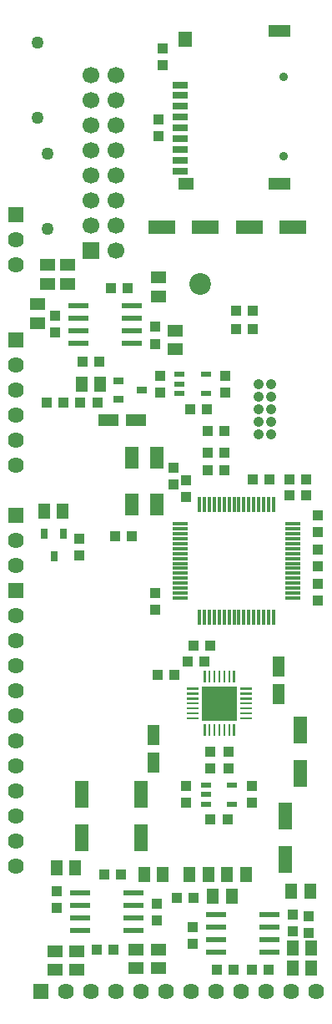
<source format=gts>
G04 DipTrace 2.4.0.2*
%INcodec_rev2.GTS*%
%MOIN*%
%ADD20R,0.0394X0.0433*%
%ADD22R,0.0787X0.0472*%
%ADD23R,0.0433X0.0394*%
%ADD25R,0.1063X0.0551*%
%ADD26R,0.0551X0.1063*%
%ADD27R,0.0472X0.0787*%
%ADD29R,0.0413X0.0256*%
%ADD30R,0.0638X0.0638*%
%ADD31C,0.0638*%
%ADD32R,0.0669X0.0669*%
%ADD33C,0.0669*%
%ADD34R,0.063X0.0276*%
%ADD35R,0.063X0.0472*%
%ADD36R,0.0866X0.0472*%
%ADD37R,0.0551X0.063*%
%ADD39C,0.05*%
%ADD40C,0.05*%
%ADD41R,0.0256X0.0413*%
%ADD42R,0.0512X0.0591*%
%ADD43R,0.0591X0.0512*%
%ADD45C,0.042*%
%ADD46R,0.0787X0.0236*%
%ADD47R,0.0433X0.0236*%
%ADD48R,0.063X0.0118*%
%ADD49R,0.0118X0.063*%
%ADD50R,0.0551X0.0866*%
%ADD52C,0.0866*%
%ADD53C,0.0354*%
%FSLAX44Y44*%
G04*
G70*
G90*
G75*
G01*
%LNTopMask*%
%LPD*%
D20*
X2063Y27462D3*
Y26793D3*
X6063Y27025D3*
Y26356D3*
D22*
X5302Y23315D3*
X4199D3*
D20*
X6063Y16399D3*
Y15730D3*
D23*
X8166Y21315D3*
X8836D3*
D20*
X12564Y16774D3*
Y16105D3*
D25*
X9822Y31003D3*
X11555D3*
X8054D3*
X6322D3*
D20*
X6251Y24418D3*
Y25087D3*
D23*
X7479Y23752D3*
X8148D3*
D20*
X8876Y24418D3*
Y25087D3*
X6188Y34629D3*
Y35298D3*
D23*
X11417Y20315D3*
X12086D3*
D20*
X12564Y17480D3*
Y18149D3*
Y19524D3*
Y18855D3*
D23*
X9979Y20940D3*
X10648D3*
D20*
X7302Y8030D3*
Y8699D3*
D23*
X8280Y7364D3*
X8949D3*
D20*
X9927Y8030D3*
Y8699D3*
X2125Y3853D3*
Y4523D3*
X6813Y21399D3*
Y20730D3*
X7313Y20899D3*
Y20230D3*
D26*
X3125Y8367D3*
Y6635D3*
D20*
X6126Y3353D3*
Y4023D3*
D26*
X5501Y8367D3*
Y6635D3*
D23*
X8023Y13689D3*
X7354D3*
D27*
X6001Y9637D3*
Y10740D3*
D20*
X8251Y9416D3*
Y10086D3*
X9001Y9416D3*
Y10086D3*
X7563Y3085D3*
Y2416D3*
D23*
X7604Y14314D3*
X8273D3*
D27*
X11001Y13490D3*
Y12388D3*
D26*
X11251Y7492D3*
Y5760D3*
D23*
X6916Y4250D3*
X7585D3*
X9916Y1375D3*
X10586D3*
X9211D3*
X8541D3*
D20*
X11564Y2916D3*
Y3585D3*
D23*
X4041Y5188D3*
X4710D3*
X4398Y2188D3*
X3728D3*
X3835Y25628D3*
X3166D3*
X4291Y28565D3*
X4960D3*
D26*
X11876Y10930D3*
Y9197D3*
D20*
X12189Y2853D3*
Y3522D3*
D23*
X1728Y24003D3*
X2397D3*
D29*
X4610Y24877D3*
Y24129D3*
X5516Y24503D3*
D23*
X9961Y26940D3*
X9291D3*
D52*
X7874Y28740D3*
D30*
X500Y19502D3*
D31*
Y18502D3*
Y17502D3*
D30*
Y26500D3*
D31*
Y25500D3*
Y24500D3*
Y23500D3*
Y22500D3*
Y21500D3*
D30*
Y31500D3*
D31*
Y30500D3*
Y29500D3*
D32*
X3500Y30066D3*
D33*
X4500D3*
X3500Y31066D3*
X4500D3*
X3500Y32066D3*
X4500D3*
X3500Y33066D3*
X4500D3*
X3500Y34066D3*
X4500D3*
X3500Y35066D3*
X4500D3*
X3500Y36066D3*
X4500D3*
X3500Y37066D3*
X4500D3*
D34*
X7063Y36691D3*
Y36258D3*
Y35825D3*
Y35392D3*
Y34959D3*
Y34526D3*
Y34093D3*
Y33660D3*
Y33227D3*
D35*
X7299Y32754D3*
D36*
X11040D3*
Y38857D3*
D37*
X7260Y38502D3*
D53*
X11197Y33857D3*
Y37006D3*
D30*
X500Y16500D3*
D31*
Y15500D3*
Y14500D3*
Y13500D3*
Y12500D3*
Y11500D3*
Y10500D3*
Y9500D3*
Y8500D3*
Y7500D3*
Y6500D3*
Y5500D3*
D30*
X1501Y500D3*
D31*
X2501D3*
X3501D3*
X4501D3*
X5501D3*
X6501D3*
X7501D3*
X8501D3*
X9501D3*
X10501D3*
X11501D3*
X12501D3*
D39*
X1375Y38379D3*
D40*
Y35379D3*
D39*
X1750Y30941D3*
D40*
Y33941D3*
D23*
X12086Y20940D3*
X11417D3*
D41*
X2389Y18768D3*
X1641D3*
X2015Y17863D3*
D20*
X3041Y18587D3*
Y17917D3*
D42*
X1625Y19690D3*
X2373D3*
D43*
X1375Y27939D3*
Y27191D3*
X6876Y26877D3*
Y26129D3*
X2563Y29502D3*
Y28754D3*
X6188Y29002D3*
Y28254D3*
X1749Y29502D3*
Y28754D3*
D20*
X6376Y37460D3*
Y38129D3*
D23*
X9291Y27690D3*
X9961D3*
X8836Y22877D3*
X8166D3*
X8836Y22002D3*
X8166D3*
D43*
X2063Y1376D3*
Y2124D3*
X2938Y1376D3*
Y2124D3*
D42*
X2874Y5438D3*
X2126D3*
D23*
X5148Y18689D3*
X4478D3*
D43*
X6188Y1439D3*
Y2187D3*
D23*
X6166Y13126D3*
X6835D3*
D43*
X5313Y1439D3*
Y2187D3*
D42*
X5627Y5188D3*
X6375D3*
X8939D3*
X9687D3*
X7439D3*
X8187D3*
X8377Y4313D3*
X9125D3*
X12313Y1438D3*
X11565D3*
X11502Y4500D3*
X12250D3*
X12313Y2250D3*
X11565D3*
D23*
X3750Y24003D3*
X3081D3*
D42*
X3125Y24753D3*
X3873D3*
D45*
X10189D3*
X10689D3*
X10189Y24253D3*
X10689D3*
X10189Y23753D3*
X10689D3*
X10189Y23253D3*
X10689D3*
X10189Y22753D3*
X10689D3*
D46*
X5126Y26378D3*
Y26878D3*
Y27378D3*
Y27878D3*
X3000D3*
Y27378D3*
Y26878D3*
Y26378D3*
D47*
X7032Y25127D3*
Y24753D3*
Y24379D3*
X8095D3*
Y25127D3*
D48*
X11558Y16213D3*
Y16410D3*
Y16607D3*
Y16804D3*
Y17000D3*
Y17197D3*
Y17394D3*
Y17591D3*
Y17788D3*
Y17985D3*
Y18181D3*
Y18378D3*
Y18575D3*
Y18772D3*
Y18969D3*
Y19166D3*
D49*
X10790Y19933D3*
X10593D3*
X10396D3*
X10199D3*
X10002D3*
X9806D3*
X9609D3*
X9412D3*
X9215D3*
X9018D3*
X8821D3*
X8625D3*
X8428D3*
X8231D3*
X8034D3*
X7837D3*
D48*
X7069Y19166D3*
Y18969D3*
Y18772D3*
Y18575D3*
Y18378D3*
Y18181D3*
Y17985D3*
Y17788D3*
Y17591D3*
Y17394D3*
Y17197D3*
Y17000D3*
Y16804D3*
Y16607D3*
Y16410D3*
Y16213D3*
D49*
X7837Y15445D3*
X8034D3*
X8231D3*
X8428D3*
X8625D3*
X8821D3*
X9018D3*
X9215D3*
X9412D3*
X9609D3*
X9806D3*
X10002D3*
X10199D3*
X10396D3*
X10593D3*
X10790D3*
D47*
X8083Y8738D3*
Y8364D3*
Y7990D3*
X9146D3*
Y8738D3*
D46*
X3062Y4438D3*
Y3938D3*
Y3438D3*
Y2938D3*
X5188D3*
Y3438D3*
Y3938D3*
Y4438D3*
G36*
X9458Y11367D2*
Y11454D1*
X9930D1*
Y11367D1*
X9458D1*
G37*
G36*
Y11564D2*
Y11651D1*
X9930D1*
Y11564D1*
X9458D1*
G37*
G36*
Y11761D2*
Y11848D1*
X9930D1*
Y11761D1*
X9458D1*
G37*
G36*
Y11958D2*
Y12045D1*
X9930D1*
Y11958D1*
X9458D1*
G37*
G36*
Y12155D2*
Y12241D1*
X9930D1*
Y12155D1*
X9458D1*
G37*
G36*
Y12352D2*
Y12438D1*
X9930D1*
Y12352D1*
X9458D1*
G37*
G36*
Y12549D2*
Y12635D1*
X9930D1*
Y12549D1*
X9458D1*
G37*
G36*
X9265Y12828D2*
X9178D1*
Y13300D1*
X9265D1*
Y12828D1*
G37*
G36*
X9068D2*
X8982D1*
Y13300D1*
X9068D1*
Y12828D1*
G37*
G36*
X8871D2*
X8785D1*
Y13300D1*
X8871D1*
Y12828D1*
G37*
G36*
X8675D2*
X8588D1*
Y13300D1*
X8675D1*
Y12828D1*
G37*
G36*
X8478D2*
X8391D1*
Y13300D1*
X8478D1*
Y12828D1*
G37*
G36*
X8281D2*
X8194D1*
Y13300D1*
X8281D1*
Y12828D1*
G37*
G36*
X8084D2*
X7997D1*
Y13300D1*
X8084D1*
Y12828D1*
G37*
G36*
X7332Y12549D2*
Y12635D1*
X7804D1*
Y12549D1*
X7332D1*
G37*
G36*
Y12352D2*
Y12438D1*
X7804D1*
Y12352D1*
X7332D1*
G37*
G36*
Y12155D2*
Y12241D1*
X7804D1*
Y12155D1*
X7332D1*
G37*
G36*
Y11958D2*
Y12045D1*
X7804D1*
Y11958D1*
X7332D1*
G37*
G36*
Y11761D2*
Y11848D1*
X7804D1*
Y11761D1*
X7332D1*
G37*
G36*
Y11564D2*
Y11651D1*
X7804D1*
Y11564D1*
X7332D1*
G37*
G36*
Y11367D2*
Y11454D1*
X7804D1*
Y11367D1*
X7332D1*
G37*
G36*
X8084Y10702D2*
X7997D1*
Y11174D1*
X8084D1*
Y10702D1*
G37*
G36*
X8281D2*
X8194D1*
Y11174D1*
X8281D1*
Y10702D1*
G37*
G36*
X8478D2*
X8391D1*
Y11174D1*
X8478D1*
Y10702D1*
G37*
G36*
X8675D2*
X8588D1*
Y11174D1*
X8675D1*
Y10702D1*
G37*
G36*
X8871D2*
X8785D1*
Y11174D1*
X8871D1*
Y10702D1*
G37*
G36*
X9068D2*
X8982D1*
Y11174D1*
X9068D1*
Y10702D1*
G37*
G36*
X9265D2*
X9178D1*
Y11174D1*
X9265D1*
Y10702D1*
G37*
G36*
X9320Y11312D2*
X7942D1*
Y12690D1*
X9320D1*
Y11312D1*
G37*
D46*
X10626Y2063D3*
Y2563D3*
Y3063D3*
Y3563D3*
X8501D3*
Y3063D3*
Y2563D3*
Y2063D3*
D50*
X5133Y21822D3*
Y19932D3*
X6118D3*
Y21822D3*
M02*

</source>
